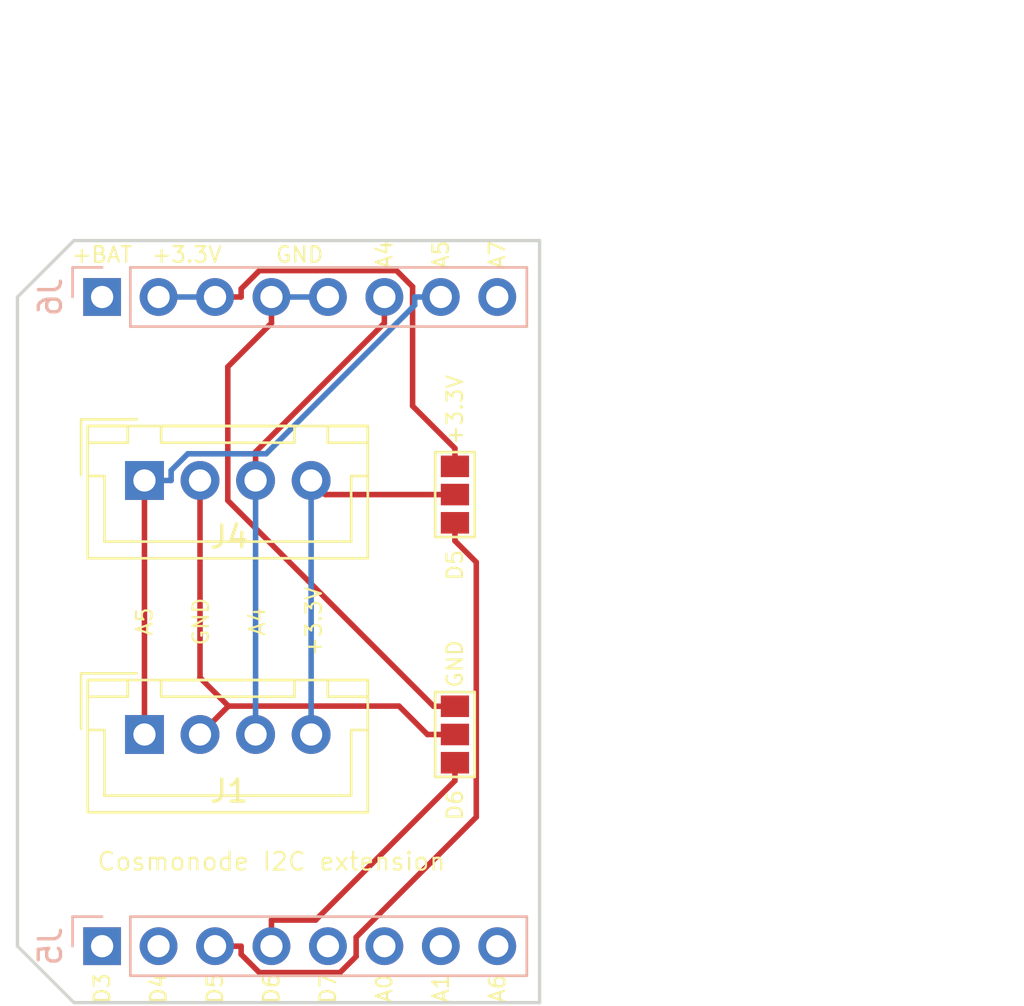
<source format=kicad_pcb>
(kicad_pcb (version 4) (host pcbnew 4.0.7-e2-6376~58~ubuntu17.04.1)

  (general
    (links 14)
    (no_connects 0)
    (area 146.609999 94.539999 170.255001 128.980001)
    (thickness 1.6)
    (drawings 33)
    (tracks 50)
    (zones 0)
    (modules 6)
    (nets 17)
  )

  (page A4)
  (layers
    (0 F.Cu signal)
    (31 B.Cu signal)
    (32 B.Adhes user)
    (33 F.Adhes user)
    (34 B.Paste user)
    (35 F.Paste user)
    (36 B.SilkS user)
    (37 F.SilkS user)
    (38 B.Mask user)
    (39 F.Mask user)
    (40 Dwgs.User user)
    (41 Cmts.User user)
    (42 Eco1.User user)
    (43 Eco2.User user)
    (44 Edge.Cuts user)
    (45 Margin user)
    (46 B.CrtYd user)
    (47 F.CrtYd user)
    (48 B.Fab user)
    (49 F.Fab user)
  )

  (setup
    (last_trace_width 0.25)
    (trace_clearance 0.2)
    (zone_clearance 0.508)
    (zone_45_only no)
    (trace_min 0.2)
    (segment_width 0.2)
    (edge_width 0.15)
    (via_size 0.6)
    (via_drill 0.4)
    (via_min_size 0.4)
    (via_min_drill 0.3)
    (uvia_size 0.3)
    (uvia_drill 0.1)
    (uvias_allowed no)
    (uvia_min_size 0.2)
    (uvia_min_drill 0.1)
    (pcb_text_width 0.3)
    (pcb_text_size 1.5 1.5)
    (mod_edge_width 0.15)
    (mod_text_size 1 1)
    (mod_text_width 0.15)
    (pad_size 1.524 1.524)
    (pad_drill 0.762)
    (pad_to_mask_clearance 0.2)
    (aux_axis_origin 0 0)
    (visible_elements FFFFFF7F)
    (pcbplotparams
      (layerselection 0x00030_80000001)
      (usegerberextensions false)
      (excludeedgelayer true)
      (linewidth 0.100000)
      (plotframeref false)
      (viasonmask false)
      (mode 1)
      (useauxorigin false)
      (hpglpennumber 1)
      (hpglpenspeed 20)
      (hpglpendiameter 15)
      (hpglpenoverlay 2)
      (psnegative false)
      (psa4output false)
      (plotreference true)
      (plotvalue true)
      (plotinvisibletext false)
      (padsonsilk false)
      (subtractmaskfromsilk false)
      (outputformat 1)
      (mirror false)
      (drillshape 1)
      (scaleselection 1)
      (outputdirectory ""))
  )

  (net 0 "")
  (net 1 /A5)
  (net 2 "Net-(J1-Pad2)")
  (net 3 /A4)
  (net 4 "Net-(J1-Pad4)")
  (net 5 /D5)
  (net 6 +3V3)
  (net 7 /D6)
  (net 8 GND)
  (net 9 /D3)
  (net 10 /D4)
  (net 11 /D7)
  (net 12 /A0)
  (net 13 /A1)
  (net 14 /A6)
  (net 15 /BAT+)
  (net 16 /A7)

  (net_class Default "Ceci est la Netclass par défaut"
    (clearance 0.2)
    (trace_width 0.25)
    (via_dia 0.6)
    (via_drill 0.4)
    (uvia_dia 0.3)
    (uvia_drill 0.1)
    (add_net +3V3)
    (add_net /A0)
    (add_net /A1)
    (add_net /A4)
    (add_net /A5)
    (add_net /A6)
    (add_net /A7)
    (add_net /BAT+)
    (add_net /D3)
    (add_net /D4)
    (add_net /D5)
    (add_net /D6)
    (add_net /D7)
    (add_net GND)
    (add_net "Net-(J1-Pad2)")
    (add_net "Net-(J1-Pad4)")
  )

  (module Connectors_JST:JST_XH_B04B-XH-A_04x2.50mm_Straight (layer F.Cu) (tedit 59CFCEF1) (tstamp 59CF4DAB)
    (at 152.4 116.84)
    (descr "JST XH series connector, B04B-XH-A, top entry type, through hole")
    (tags "connector jst xh tht top vertical 2.50mm")
    (path /59809B24)
    (fp_text reference J1 (at 3.81 2.54) (layer F.SilkS)
      (effects (font (size 1 1) (thickness 0.15)))
    )
    (fp_text value CONN_01X04 (at 3.75 4.5) (layer F.Fab) hide
      (effects (font (size 1 1) (thickness 0.15)))
    )
    (fp_line (start -2.45 -2.35) (end -2.45 3.4) (layer F.Fab) (width 0.1))
    (fp_line (start -2.45 3.4) (end 9.95 3.4) (layer F.Fab) (width 0.1))
    (fp_line (start 9.95 3.4) (end 9.95 -2.35) (layer F.Fab) (width 0.1))
    (fp_line (start 9.95 -2.35) (end -2.45 -2.35) (layer F.Fab) (width 0.1))
    (fp_line (start -2.95 -2.85) (end -2.95 3.9) (layer F.CrtYd) (width 0.05))
    (fp_line (start -2.95 3.9) (end 10.45 3.9) (layer F.CrtYd) (width 0.05))
    (fp_line (start 10.45 3.9) (end 10.45 -2.85) (layer F.CrtYd) (width 0.05))
    (fp_line (start 10.45 -2.85) (end -2.95 -2.85) (layer F.CrtYd) (width 0.05))
    (fp_line (start -2.55 -2.45) (end -2.55 3.5) (layer F.SilkS) (width 0.12))
    (fp_line (start -2.55 3.5) (end 10.05 3.5) (layer F.SilkS) (width 0.12))
    (fp_line (start 10.05 3.5) (end 10.05 -2.45) (layer F.SilkS) (width 0.12))
    (fp_line (start 10.05 -2.45) (end -2.55 -2.45) (layer F.SilkS) (width 0.12))
    (fp_line (start 0.75 -2.45) (end 0.75 -1.7) (layer F.SilkS) (width 0.12))
    (fp_line (start 0.75 -1.7) (end 6.75 -1.7) (layer F.SilkS) (width 0.12))
    (fp_line (start 6.75 -1.7) (end 6.75 -2.45) (layer F.SilkS) (width 0.12))
    (fp_line (start 6.75 -2.45) (end 0.75 -2.45) (layer F.SilkS) (width 0.12))
    (fp_line (start -2.55 -2.45) (end -2.55 -1.7) (layer F.SilkS) (width 0.12))
    (fp_line (start -2.55 -1.7) (end -0.75 -1.7) (layer F.SilkS) (width 0.12))
    (fp_line (start -0.75 -1.7) (end -0.75 -2.45) (layer F.SilkS) (width 0.12))
    (fp_line (start -0.75 -2.45) (end -2.55 -2.45) (layer F.SilkS) (width 0.12))
    (fp_line (start 8.25 -2.45) (end 8.25 -1.7) (layer F.SilkS) (width 0.12))
    (fp_line (start 8.25 -1.7) (end 10.05 -1.7) (layer F.SilkS) (width 0.12))
    (fp_line (start 10.05 -1.7) (end 10.05 -2.45) (layer F.SilkS) (width 0.12))
    (fp_line (start 10.05 -2.45) (end 8.25 -2.45) (layer F.SilkS) (width 0.12))
    (fp_line (start -2.55 -0.2) (end -1.8 -0.2) (layer F.SilkS) (width 0.12))
    (fp_line (start -1.8 -0.2) (end -1.8 2.75) (layer F.SilkS) (width 0.12))
    (fp_line (start -1.8 2.75) (end 3.75 2.75) (layer F.SilkS) (width 0.12))
    (fp_line (start 10.05 -0.2) (end 9.3 -0.2) (layer F.SilkS) (width 0.12))
    (fp_line (start 9.3 -0.2) (end 9.3 2.75) (layer F.SilkS) (width 0.12))
    (fp_line (start 9.3 2.75) (end 3.75 2.75) (layer F.SilkS) (width 0.12))
    (fp_line (start -0.35 -2.75) (end -2.85 -2.75) (layer F.SilkS) (width 0.12))
    (fp_line (start -2.85 -2.75) (end -2.85 -0.25) (layer F.SilkS) (width 0.12))
    (fp_line (start -0.35 -2.75) (end -2.85 -2.75) (layer F.Fab) (width 0.1))
    (fp_line (start -2.85 -2.75) (end -2.85 -0.25) (layer F.Fab) (width 0.1))
    (fp_text user %R (at 3.75 2.5) (layer F.Fab)
      (effects (font (size 1 1) (thickness 0.15)))
    )
    (pad 1 thru_hole rect (at 0 0) (size 1.75 1.75) (drill 1) (layers *.Cu *.Mask)
      (net 1 /A5))
    (pad 2 thru_hole circle (at 2.5 0) (size 1.75 1.75) (drill 1) (layers *.Cu *.Mask)
      (net 2 "Net-(J1-Pad2)"))
    (pad 3 thru_hole circle (at 5 0) (size 1.75 1.75) (drill 1) (layers *.Cu *.Mask)
      (net 3 /A4))
    (pad 4 thru_hole circle (at 7.5 0) (size 1.75 1.75) (drill 1) (layers *.Cu *.Mask)
      (net 4 "Net-(J1-Pad4)"))
    (model Connectors_JST.3dshapes/JST_XH_B04B-XH-A_04x2.50mm_Straight.wrl
      (at (xyz 0 0 0))
      (scale (xyz 1 1 1))
      (rotate (xyz 0 0 0))
    )
  )

  (module Connectors:GS3 (layer F.Cu) (tedit 59CFCEE9) (tstamp 59CF4DB2)
    (at 166.37 106.045 180)
    (descr "3-pin solder bridge")
    (tags "solder bridge")
    (path /5980D5B2)
    (attr smd)
    (fp_text reference J2 (at -1.7 0 270) (layer F.SilkS) hide
      (effects (font (size 1 1) (thickness 0.15)))
    )
    (fp_text value GS3 (at 1.8 0 270) (layer F.Fab) hide
      (effects (font (size 1 1) (thickness 0.15)))
    )
    (fp_line (start -1.15 -2.15) (end 1.15 -2.15) (layer F.CrtYd) (width 0.05))
    (fp_line (start 1.15 -2.15) (end 1.15 2.15) (layer F.CrtYd) (width 0.05))
    (fp_line (start 1.15 2.15) (end -1.15 2.15) (layer F.CrtYd) (width 0.05))
    (fp_line (start -1.15 2.15) (end -1.15 -2.15) (layer F.CrtYd) (width 0.05))
    (fp_line (start -0.89 -1.91) (end -0.89 1.91) (layer F.SilkS) (width 0.12))
    (fp_line (start -0.89 1.91) (end 0.89 1.91) (layer F.SilkS) (width 0.12))
    (fp_line (start 0.89 1.91) (end 0.89 -1.91) (layer F.SilkS) (width 0.12))
    (fp_line (start -0.89 -1.91) (end 0.89 -1.91) (layer F.SilkS) (width 0.12))
    (pad 1 smd rect (at 0 -1.27 180) (size 1.27 0.97) (layers F.Cu F.Paste F.Mask)
      (net 5 /D5))
    (pad 2 smd rect (at 0 0 180) (size 1.27 0.97) (layers F.Cu F.Paste F.Mask)
      (net 4 "Net-(J1-Pad4)"))
    (pad 3 smd rect (at 0 1.27 180) (size 1.27 0.97) (layers F.Cu F.Paste F.Mask)
      (net 6 +3V3))
  )

  (module Connectors:GS3 (layer F.Cu) (tedit 59CFCEE6) (tstamp 59CF4DB9)
    (at 166.37 116.84 180)
    (descr "3-pin solder bridge")
    (tags "solder bridge")
    (path /5980CC8F)
    (attr smd)
    (fp_text reference J3 (at -1.7 0 270) (layer F.SilkS) hide
      (effects (font (size 1 1) (thickness 0.15)))
    )
    (fp_text value GS3 (at 1.8 0 270) (layer F.Fab) hide
      (effects (font (size 1 1) (thickness 0.15)))
    )
    (fp_line (start -1.15 -2.15) (end 1.15 -2.15) (layer F.CrtYd) (width 0.05))
    (fp_line (start 1.15 -2.15) (end 1.15 2.15) (layer F.CrtYd) (width 0.05))
    (fp_line (start 1.15 2.15) (end -1.15 2.15) (layer F.CrtYd) (width 0.05))
    (fp_line (start -1.15 2.15) (end -1.15 -2.15) (layer F.CrtYd) (width 0.05))
    (fp_line (start -0.89 -1.91) (end -0.89 1.91) (layer F.SilkS) (width 0.12))
    (fp_line (start -0.89 1.91) (end 0.89 1.91) (layer F.SilkS) (width 0.12))
    (fp_line (start 0.89 1.91) (end 0.89 -1.91) (layer F.SilkS) (width 0.12))
    (fp_line (start -0.89 -1.91) (end 0.89 -1.91) (layer F.SilkS) (width 0.12))
    (pad 1 smd rect (at 0 -1.27 180) (size 1.27 0.97) (layers F.Cu F.Paste F.Mask)
      (net 7 /D6))
    (pad 2 smd rect (at 0 0 180) (size 1.27 0.97) (layers F.Cu F.Paste F.Mask)
      (net 2 "Net-(J1-Pad2)"))
    (pad 3 smd rect (at 0 1.27 180) (size 1.27 0.97) (layers F.Cu F.Paste F.Mask)
      (net 8 GND))
  )

  (module Connectors_JST:JST_XH_B04B-XH-A_04x2.50mm_Straight (layer F.Cu) (tedit 59CFCEED) (tstamp 59CF4DC1)
    (at 152.4 105.41)
    (descr "JST XH series connector, B04B-XH-A, top entry type, through hole")
    (tags "connector jst xh tht top vertical 2.50mm")
    (path /59CF53E5)
    (fp_text reference J4 (at 3.81 2.54) (layer F.SilkS)
      (effects (font (size 1 1) (thickness 0.15)))
    )
    (fp_text value CONN_01X04 (at 3.75 4.5) (layer F.Fab) hide
      (effects (font (size 1 1) (thickness 0.15)))
    )
    (fp_line (start -2.45 -2.35) (end -2.45 3.4) (layer F.Fab) (width 0.1))
    (fp_line (start -2.45 3.4) (end 9.95 3.4) (layer F.Fab) (width 0.1))
    (fp_line (start 9.95 3.4) (end 9.95 -2.35) (layer F.Fab) (width 0.1))
    (fp_line (start 9.95 -2.35) (end -2.45 -2.35) (layer F.Fab) (width 0.1))
    (fp_line (start -2.95 -2.85) (end -2.95 3.9) (layer F.CrtYd) (width 0.05))
    (fp_line (start -2.95 3.9) (end 10.45 3.9) (layer F.CrtYd) (width 0.05))
    (fp_line (start 10.45 3.9) (end 10.45 -2.85) (layer F.CrtYd) (width 0.05))
    (fp_line (start 10.45 -2.85) (end -2.95 -2.85) (layer F.CrtYd) (width 0.05))
    (fp_line (start -2.55 -2.45) (end -2.55 3.5) (layer F.SilkS) (width 0.12))
    (fp_line (start -2.55 3.5) (end 10.05 3.5) (layer F.SilkS) (width 0.12))
    (fp_line (start 10.05 3.5) (end 10.05 -2.45) (layer F.SilkS) (width 0.12))
    (fp_line (start 10.05 -2.45) (end -2.55 -2.45) (layer F.SilkS) (width 0.12))
    (fp_line (start 0.75 -2.45) (end 0.75 -1.7) (layer F.SilkS) (width 0.12))
    (fp_line (start 0.75 -1.7) (end 6.75 -1.7) (layer F.SilkS) (width 0.12))
    (fp_line (start 6.75 -1.7) (end 6.75 -2.45) (layer F.SilkS) (width 0.12))
    (fp_line (start 6.75 -2.45) (end 0.75 -2.45) (layer F.SilkS) (width 0.12))
    (fp_line (start -2.55 -2.45) (end -2.55 -1.7) (layer F.SilkS) (width 0.12))
    (fp_line (start -2.55 -1.7) (end -0.75 -1.7) (layer F.SilkS) (width 0.12))
    (fp_line (start -0.75 -1.7) (end -0.75 -2.45) (layer F.SilkS) (width 0.12))
    (fp_line (start -0.75 -2.45) (end -2.55 -2.45) (layer F.SilkS) (width 0.12))
    (fp_line (start 8.25 -2.45) (end 8.25 -1.7) (layer F.SilkS) (width 0.12))
    (fp_line (start 8.25 -1.7) (end 10.05 -1.7) (layer F.SilkS) (width 0.12))
    (fp_line (start 10.05 -1.7) (end 10.05 -2.45) (layer F.SilkS) (width 0.12))
    (fp_line (start 10.05 -2.45) (end 8.25 -2.45) (layer F.SilkS) (width 0.12))
    (fp_line (start -2.55 -0.2) (end -1.8 -0.2) (layer F.SilkS) (width 0.12))
    (fp_line (start -1.8 -0.2) (end -1.8 2.75) (layer F.SilkS) (width 0.12))
    (fp_line (start -1.8 2.75) (end 3.75 2.75) (layer F.SilkS) (width 0.12))
    (fp_line (start 10.05 -0.2) (end 9.3 -0.2) (layer F.SilkS) (width 0.12))
    (fp_line (start 9.3 -0.2) (end 9.3 2.75) (layer F.SilkS) (width 0.12))
    (fp_line (start 9.3 2.75) (end 3.75 2.75) (layer F.SilkS) (width 0.12))
    (fp_line (start -0.35 -2.75) (end -2.85 -2.75) (layer F.SilkS) (width 0.12))
    (fp_line (start -2.85 -2.75) (end -2.85 -0.25) (layer F.SilkS) (width 0.12))
    (fp_line (start -0.35 -2.75) (end -2.85 -2.75) (layer F.Fab) (width 0.1))
    (fp_line (start -2.85 -2.75) (end -2.85 -0.25) (layer F.Fab) (width 0.1))
    (fp_text user %R (at 3.75 2.5) (layer F.Fab)
      (effects (font (size 1 1) (thickness 0.15)))
    )
    (pad 1 thru_hole rect (at 0 0) (size 1.75 1.75) (drill 1) (layers *.Cu *.Mask)
      (net 1 /A5))
    (pad 2 thru_hole circle (at 2.5 0) (size 1.75 1.75) (drill 1) (layers *.Cu *.Mask)
      (net 2 "Net-(J1-Pad2)"))
    (pad 3 thru_hole circle (at 5 0) (size 1.75 1.75) (drill 1) (layers *.Cu *.Mask)
      (net 3 /A4))
    (pad 4 thru_hole circle (at 7.5 0) (size 1.75 1.75) (drill 1) (layers *.Cu *.Mask)
      (net 4 "Net-(J1-Pad4)"))
    (model Connectors_JST.3dshapes/JST_XH_B04B-XH-A_04x2.50mm_Straight.wrl
      (at (xyz 0 0 0))
      (scale (xyz 1 1 1))
      (rotate (xyz 0 0 0))
    )
  )

  (module Socket_Strips:Socket_Strip_Straight_1x08_Pitch2.54mm (layer B.Cu) (tedit 59CFCECE) (tstamp 59CF4DCD)
    (at 150.495 126.365 270)
    (descr "Through hole straight socket strip, 1x08, 2.54mm pitch, single row")
    (tags "Through hole socket strip THT 1x08 2.54mm single row")
    (path /598047BC)
    (fp_text reference J5 (at 0 2.33 270) (layer B.SilkS)
      (effects (font (size 1 1) (thickness 0.15)) (justify mirror))
    )
    (fp_text value CONN_01X08 (at 0 -20.11 270) (layer B.Fab) hide
      (effects (font (size 1 1) (thickness 0.15)) (justify mirror))
    )
    (fp_line (start -1.27 1.27) (end -1.27 -19.05) (layer B.Fab) (width 0.1))
    (fp_line (start -1.27 -19.05) (end 1.27 -19.05) (layer B.Fab) (width 0.1))
    (fp_line (start 1.27 -19.05) (end 1.27 1.27) (layer B.Fab) (width 0.1))
    (fp_line (start 1.27 1.27) (end -1.27 1.27) (layer B.Fab) (width 0.1))
    (fp_line (start -1.33 -1.27) (end -1.33 -19.11) (layer B.SilkS) (width 0.12))
    (fp_line (start -1.33 -19.11) (end 1.33 -19.11) (layer B.SilkS) (width 0.12))
    (fp_line (start 1.33 -19.11) (end 1.33 -1.27) (layer B.SilkS) (width 0.12))
    (fp_line (start 1.33 -1.27) (end -1.33 -1.27) (layer B.SilkS) (width 0.12))
    (fp_line (start -1.33 0) (end -1.33 1.33) (layer B.SilkS) (width 0.12))
    (fp_line (start -1.33 1.33) (end 0 1.33) (layer B.SilkS) (width 0.12))
    (fp_line (start -1.8 1.8) (end -1.8 -19.55) (layer B.CrtYd) (width 0.05))
    (fp_line (start -1.8 -19.55) (end 1.8 -19.55) (layer B.CrtYd) (width 0.05))
    (fp_line (start 1.8 -19.55) (end 1.8 1.8) (layer B.CrtYd) (width 0.05))
    (fp_line (start 1.8 1.8) (end -1.8 1.8) (layer B.CrtYd) (width 0.05))
    (fp_text user %R (at 0 2.33 270) (layer B.Fab)
      (effects (font (size 1 1) (thickness 0.15)) (justify mirror))
    )
    (pad 1 thru_hole rect (at 0 0 270) (size 1.7 1.7) (drill 1) (layers *.Cu *.Mask)
      (net 9 /D3))
    (pad 2 thru_hole oval (at 0 -2.54 270) (size 1.7 1.7) (drill 1) (layers *.Cu *.Mask)
      (net 10 /D4))
    (pad 3 thru_hole oval (at 0 -5.08 270) (size 1.7 1.7) (drill 1) (layers *.Cu *.Mask)
      (net 5 /D5))
    (pad 4 thru_hole oval (at 0 -7.62 270) (size 1.7 1.7) (drill 1) (layers *.Cu *.Mask)
      (net 7 /D6))
    (pad 5 thru_hole oval (at 0 -10.16 270) (size 1.7 1.7) (drill 1) (layers *.Cu *.Mask)
      (net 11 /D7))
    (pad 6 thru_hole oval (at 0 -12.7 270) (size 1.7 1.7) (drill 1) (layers *.Cu *.Mask)
      (net 12 /A0))
    (pad 7 thru_hole oval (at 0 -15.24 270) (size 1.7 1.7) (drill 1) (layers *.Cu *.Mask)
      (net 13 /A1))
    (pad 8 thru_hole oval (at 0 -17.78 270) (size 1.7 1.7) (drill 1) (layers *.Cu *.Mask)
      (net 14 /A6))
    (model ${KISYS3DMOD}/Socket_Strips.3dshapes/Socket_Strip_Straight_1x08_Pitch2.54mm.wrl
      (at (xyz 0 -0.35 0))
      (scale (xyz 1 1 1))
      (rotate (xyz 0 0 270))
    )
  )

  (module Socket_Strips:Socket_Strip_Straight_1x08_Pitch2.54mm (layer B.Cu) (tedit 59CFCED3) (tstamp 59CF4DD9)
    (at 150.495 97.155 270)
    (descr "Through hole straight socket strip, 1x08, 2.54mm pitch, single row")
    (tags "Through hole socket strip THT 1x08 2.54mm single row")
    (path /598047EF)
    (fp_text reference J6 (at 0 2.33 270) (layer B.SilkS)
      (effects (font (size 1 1) (thickness 0.15)) (justify mirror))
    )
    (fp_text value CONN_01X08 (at 0 -20.11 270) (layer B.Fab) hide
      (effects (font (size 1 1) (thickness 0.15)) (justify mirror))
    )
    (fp_line (start -1.27 1.27) (end -1.27 -19.05) (layer B.Fab) (width 0.1))
    (fp_line (start -1.27 -19.05) (end 1.27 -19.05) (layer B.Fab) (width 0.1))
    (fp_line (start 1.27 -19.05) (end 1.27 1.27) (layer B.Fab) (width 0.1))
    (fp_line (start 1.27 1.27) (end -1.27 1.27) (layer B.Fab) (width 0.1))
    (fp_line (start -1.33 -1.27) (end -1.33 -19.11) (layer B.SilkS) (width 0.12))
    (fp_line (start -1.33 -19.11) (end 1.33 -19.11) (layer B.SilkS) (width 0.12))
    (fp_line (start 1.33 -19.11) (end 1.33 -1.27) (layer B.SilkS) (width 0.12))
    (fp_line (start 1.33 -1.27) (end -1.33 -1.27) (layer B.SilkS) (width 0.12))
    (fp_line (start -1.33 0) (end -1.33 1.33) (layer B.SilkS) (width 0.12))
    (fp_line (start -1.33 1.33) (end 0 1.33) (layer B.SilkS) (width 0.12))
    (fp_line (start -1.8 1.8) (end -1.8 -19.55) (layer B.CrtYd) (width 0.05))
    (fp_line (start -1.8 -19.55) (end 1.8 -19.55) (layer B.CrtYd) (width 0.05))
    (fp_line (start 1.8 -19.55) (end 1.8 1.8) (layer B.CrtYd) (width 0.05))
    (fp_line (start 1.8 1.8) (end -1.8 1.8) (layer B.CrtYd) (width 0.05))
    (fp_text user %R (at 0 2.33 270) (layer B.Fab)
      (effects (font (size 1 1) (thickness 0.15)) (justify mirror))
    )
    (pad 1 thru_hole rect (at 0 0 270) (size 1.7 1.7) (drill 1) (layers *.Cu *.Mask)
      (net 15 /BAT+))
    (pad 2 thru_hole oval (at 0 -2.54 270) (size 1.7 1.7) (drill 1) (layers *.Cu *.Mask)
      (net 6 +3V3))
    (pad 3 thru_hole oval (at 0 -5.08 270) (size 1.7 1.7) (drill 1) (layers *.Cu *.Mask)
      (net 6 +3V3))
    (pad 4 thru_hole oval (at 0 -7.62 270) (size 1.7 1.7) (drill 1) (layers *.Cu *.Mask)
      (net 8 GND))
    (pad 5 thru_hole oval (at 0 -10.16 270) (size 1.7 1.7) (drill 1) (layers *.Cu *.Mask)
      (net 8 GND))
    (pad 6 thru_hole oval (at 0 -12.7 270) (size 1.7 1.7) (drill 1) (layers *.Cu *.Mask)
      (net 3 /A4))
    (pad 7 thru_hole oval (at 0 -15.24 270) (size 1.7 1.7) (drill 1) (layers *.Cu *.Mask)
      (net 1 /A5))
    (pad 8 thru_hole oval (at 0 -17.78 270) (size 1.7 1.7) (drill 1) (layers *.Cu *.Mask)
      (net 16 /A7))
    (model ${KISYS3DMOD}/Socket_Strips.3dshapes/Socket_Strip_Straight_1x08_Pitch2.54mm.wrl
      (at (xyz 0 -0.35 0))
      (scale (xyz 1 1 1))
      (rotate (xyz 0 0 270))
    )
  )

  (gr_line (start 146.685 125.73) (end 146.685 126.365) (angle 90) (layer Edge.Cuts) (width 0.15))
  (gr_line (start 146.685 97.155) (end 146.685 125.73) (angle 90) (layer Edge.Cuts) (width 0.15))
  (gr_line (start 149.225 94.615) (end 170.18 94.615) (angle 90) (layer Edge.Cuts) (width 0.15))
  (gr_line (start 146.685 97.155) (end 149.225 94.615) (angle 90) (layer Edge.Cuts) (width 0.15))
  (gr_line (start 149.225 128.905) (end 146.685 126.365) (angle 90) (layer Edge.Cuts) (width 0.15))
  (gr_line (start 170.18 128.905) (end 149.225 128.905) (angle 90) (layer Edge.Cuts) (width 0.15))
  (gr_line (start 170.18 94.615) (end 170.18 128.905) (angle 90) (layer Edge.Cuts) (width 0.15))
  (gr_text A4 (at 163.195 95.25 90) (layer F.SilkS)
    (effects (font (size 0.7 0.7) (thickness 0.1)))
  )
  (dimension 34.29 (width 0.3) (layer F.Fab)
    (gr_text "34,290 mm" (at 189.31 111.76 270) (layer F.Fab)
      (effects (font (size 1.5 1.5) (thickness 0.3)))
    )
    (feature1 (pts (xy 170.18 128.905) (xy 190.66 128.905)))
    (feature2 (pts (xy 170.18 94.615) (xy 190.66 94.615)))
    (crossbar (pts (xy 187.96 94.615) (xy 187.96 128.905)))
    (arrow1a (pts (xy 187.96 128.905) (xy 187.373579 127.778496)))
    (arrow1b (pts (xy 187.96 128.905) (xy 188.546421 127.778496)))
    (arrow2a (pts (xy 187.96 94.615) (xy 187.373579 95.741504)))
    (arrow2b (pts (xy 187.96 94.615) (xy 188.546421 95.741504)))
  )
  (gr_text "Cosmonode I2C extension" (at 158.115 122.555) (layer F.SilkS)
    (effects (font (size 0.8 0.8) (thickness 0.1)))
  )
  (gr_text A5 (at 152.4 111.76 90) (layer F.SilkS)
    (effects (font (size 0.7 0.7) (thickness 0.1)))
  )
  (gr_text A4 (at 157.48 111.76 90) (layer F.SilkS)
    (effects (font (size 0.7 0.7) (thickness 0.1)))
  )
  (gr_text "+3.3V\n" (at 160.02 111.76 90) (layer F.SilkS)
    (effects (font (size 0.7 0.7) (thickness 0.1)))
  )
  (gr_text GND (at 154.94 111.76 90) (layer F.SilkS)
    (effects (font (size 0.7 0.7) (thickness 0.1)))
  )
  (gr_text D5 (at 166.37 109.22 90) (layer F.SilkS)
    (effects (font (size 0.7 0.7) (thickness 0.1)))
  )
  (gr_text "D6\n" (at 166.37 120.015 90) (layer F.SilkS)
    (effects (font (size 0.7 0.7) (thickness 0.1)))
  )
  (gr_text GND (at 166.37 113.665 90) (layer F.SilkS)
    (effects (font (size 0.7 0.7) (thickness 0.1)))
  )
  (gr_text "+3.3V\n" (at 166.37 102.235 90) (layer F.SilkS)
    (effects (font (size 0.7 0.7) (thickness 0.1)))
  )
  (gr_text +BAT (at 150.495 95.25) (layer F.SilkS)
    (effects (font (size 0.7 0.7) (thickness 0.1)))
  )
  (gr_text "+3.3V\n" (at 154.305 95.25) (layer F.SilkS)
    (effects (font (size 0.7 0.7) (thickness 0.1)))
  )
  (gr_text GND (at 159.385 95.25) (layer F.SilkS)
    (effects (font (size 0.7 0.7) (thickness 0.1)))
  )
  (gr_text A5 (at 165.735 95.25 90) (layer F.SilkS)
    (effects (font (size 0.7 0.7) (thickness 0.1)))
  )
  (gr_text A7 (at 168.275 95.25 90) (layer F.SilkS)
    (effects (font (size 0.7 0.7) (thickness 0.1)))
  )
  (gr_text A6 (at 168.275 128.27 90) (layer F.SilkS)
    (effects (font (size 0.7 0.7) (thickness 0.1)))
  )
  (gr_text A1 (at 165.735 128.27 90) (layer F.SilkS)
    (effects (font (size 0.7 0.7) (thickness 0.1)))
  )
  (gr_text A0 (at 163.195 128.27 90) (layer F.SilkS)
    (effects (font (size 0.7 0.7) (thickness 0.1)))
  )
  (gr_text D7 (at 160.655 128.27 90) (layer F.SilkS)
    (effects (font (size 0.7 0.7) (thickness 0.1)))
  )
  (gr_text "D6\n" (at 158.115 128.27 90) (layer F.SilkS)
    (effects (font (size 0.7 0.7) (thickness 0.1)))
  )
  (gr_text D5 (at 155.575 128.27 90) (layer F.SilkS)
    (effects (font (size 0.7 0.7) (thickness 0.1)))
  )
  (gr_text D4 (at 153.035 128.27 90) (layer F.SilkS)
    (effects (font (size 0.7 0.7) (thickness 0.1)))
  )
  (gr_text D3 (at 150.495 128.27 90) (layer F.SilkS)
    (effects (font (size 0.7 0.7) (thickness 0.1)))
  )
  (dimension 24.13 (width 0.3) (layer F.Fab)
    (gr_text "24,130 mm" (at 158.115 85.645) (layer F.Fab)
      (effects (font (size 1.5 1.5) (thickness 0.3)))
    )
    (feature1 (pts (xy 146.05 95.25) (xy 146.05 84.295)))
    (feature2 (pts (xy 170.18 95.25) (xy 170.18 84.295)))
    (crossbar (pts (xy 170.18 86.995) (xy 146.05 86.995)))
    (arrow1a (pts (xy 146.05 86.995) (xy 147.176504 86.408579)))
    (arrow1b (pts (xy 146.05 86.995) (xy 147.176504 87.581421)))
    (arrow2a (pts (xy 170.18 86.995) (xy 169.053496 86.408579)))
    (arrow2b (pts (xy 170.18 86.995) (xy 169.053496 87.581421)))
  )
  (dimension 33.02 (width 0.3) (layer F.Fab)
    (gr_text "33,020 mm" (at 182.96 111.76 270) (layer F.Fab)
      (effects (font (size 1.5 1.5) (thickness 0.3)))
    )
    (feature1 (pts (xy 170.18 128.27) (xy 184.31 128.27)))
    (feature2 (pts (xy 170.18 95.25) (xy 184.31 95.25)))
    (crossbar (pts (xy 181.61 95.25) (xy 181.61 128.27)))
    (arrow1a (pts (xy 181.61 128.27) (xy 181.023579 127.143496)))
    (arrow1b (pts (xy 181.61 128.27) (xy 182.196421 127.143496)))
    (arrow2a (pts (xy 181.61 95.25) (xy 181.023579 96.376504)))
    (arrow2b (pts (xy 181.61 95.25) (xy 182.196421 96.376504)))
  )

  (segment (start 153.6003 104.9598) (end 153.6003 105.41) (width 0.25) (layer B.Cu) (net 1))
  (segment (start 154.3504 104.2097) (end 153.6003 104.9598) (width 0.25) (layer B.Cu) (net 1))
  (segment (start 157.8724 104.2097) (end 154.3504 104.2097) (width 0.25) (layer B.Cu) (net 1))
  (segment (start 164.5597 97.5224) (end 157.8724 104.2097) (width 0.25) (layer B.Cu) (net 1))
  (segment (start 164.5597 97.155) (end 164.5597 97.5224) (width 0.25) (layer B.Cu) (net 1))
  (segment (start 165.735 97.155) (end 164.5597 97.155) (width 0.25) (layer B.Cu) (net 1))
  (segment (start 152.4 105.41) (end 153.6003 105.41) (width 0.25) (layer B.Cu) (net 1))
  (segment (start 152.4 105.41) (end 152.4 116.84) (width 0.25) (layer F.Cu) (net 1))
  (segment (start 154.9 114.2826) (end 156.1787 115.5613) (width 0.25) (layer F.Cu) (net 2))
  (segment (start 154.9 105.41) (end 154.9 114.2826) (width 0.25) (layer F.Cu) (net 2))
  (segment (start 163.8521 115.5613) (end 156.1787 115.5613) (width 0.25) (layer F.Cu) (net 2))
  (segment (start 165.1308 116.84) (end 163.8521 115.5613) (width 0.25) (layer F.Cu) (net 2))
  (segment (start 166.37 116.84) (end 165.1308 116.84) (width 0.25) (layer F.Cu) (net 2))
  (segment (start 156.1787 115.5613) (end 154.9 116.84) (width 0.25) (layer F.Cu) (net 2))
  (segment (start 157.4 104.1253) (end 157.4 105.41) (width 0.25) (layer F.Cu) (net 3))
  (segment (start 163.195 98.3303) (end 157.4 104.1253) (width 0.25) (layer F.Cu) (net 3))
  (segment (start 163.195 97.155) (end 163.195 98.3303) (width 0.25) (layer F.Cu) (net 3))
  (segment (start 157.4 105.41) (end 157.4 116.84) (width 0.25) (layer B.Cu) (net 3))
  (segment (start 159.9 105.41) (end 159.9 116.84) (width 0.25) (layer B.Cu) (net 4))
  (segment (start 160.535 106.045) (end 159.9 105.41) (width 0.25) (layer F.Cu) (net 4))
  (segment (start 166.37 106.045) (end 160.535 106.045) (width 0.25) (layer F.Cu) (net 4))
  (segment (start 167.3304 109.0857) (end 166.37 108.1253) (width 0.25) (layer F.Cu) (net 5))
  (segment (start 167.3304 120.5563) (end 167.3304 109.0857) (width 0.25) (layer F.Cu) (net 5))
  (segment (start 161.925 125.9617) (end 167.3304 120.5563) (width 0.25) (layer F.Cu) (net 5))
  (segment (start 161.925 126.8271) (end 161.925 125.9617) (width 0.25) (layer F.Cu) (net 5))
  (segment (start 161.1979 127.5542) (end 161.925 126.8271) (width 0.25) (layer F.Cu) (net 5))
  (segment (start 157.5722 127.5542) (end 161.1979 127.5542) (width 0.25) (layer F.Cu) (net 5))
  (segment (start 156.7503 126.7323) (end 157.5722 127.5542) (width 0.25) (layer F.Cu) (net 5))
  (segment (start 156.7503 126.365) (end 156.7503 126.7323) (width 0.25) (layer F.Cu) (net 5))
  (segment (start 155.575 126.365) (end 156.7503 126.365) (width 0.25) (layer F.Cu) (net 5))
  (segment (start 166.37 107.315) (end 166.37 108.1253) (width 0.25) (layer F.Cu) (net 5))
  (segment (start 155.575 97.155) (end 153.035 97.155) (width 0.25) (layer B.Cu) (net 6))
  (segment (start 164.465 102.0597) (end 166.37 103.9647) (width 0.25) (layer F.Cu) (net 6))
  (segment (start 164.465 96.6929) (end 164.465 102.0597) (width 0.25) (layer F.Cu) (net 6))
  (segment (start 163.7379 95.9658) (end 164.465 96.6929) (width 0.25) (layer F.Cu) (net 6))
  (segment (start 157.5722 95.9658) (end 163.7379 95.9658) (width 0.25) (layer F.Cu) (net 6))
  (segment (start 156.7503 96.7877) (end 157.5722 95.9658) (width 0.25) (layer F.Cu) (net 6))
  (segment (start 156.7503 97.155) (end 156.7503 96.7877) (width 0.25) (layer F.Cu) (net 6))
  (segment (start 155.575 97.155) (end 156.7503 97.155) (width 0.25) (layer F.Cu) (net 6))
  (segment (start 166.37 104.775) (end 166.37 103.9647) (width 0.25) (layer F.Cu) (net 6))
  (segment (start 160.1006 125.1897) (end 166.37 118.9203) (width 0.25) (layer F.Cu) (net 7))
  (segment (start 158.115 125.1897) (end 160.1006 125.1897) (width 0.25) (layer F.Cu) (net 7))
  (segment (start 158.115 126.365) (end 158.115 125.1897) (width 0.25) (layer F.Cu) (net 7))
  (segment (start 166.37 118.11) (end 166.37 118.9203) (width 0.25) (layer F.Cu) (net 7))
  (segment (start 160.655 97.155) (end 158.115 97.155) (width 0.25) (layer B.Cu) (net 8))
  (segment (start 156.15 106.3103) (end 165.4097 115.57) (width 0.25) (layer F.Cu) (net 8))
  (segment (start 156.15 100.2953) (end 156.15 106.3103) (width 0.25) (layer F.Cu) (net 8))
  (segment (start 158.115 98.3303) (end 156.15 100.2953) (width 0.25) (layer F.Cu) (net 8))
  (segment (start 158.115 97.155) (end 158.115 98.3303) (width 0.25) (layer F.Cu) (net 8))
  (segment (start 166.37 115.57) (end 165.4097 115.57) (width 0.25) (layer F.Cu) (net 8))

)

</source>
